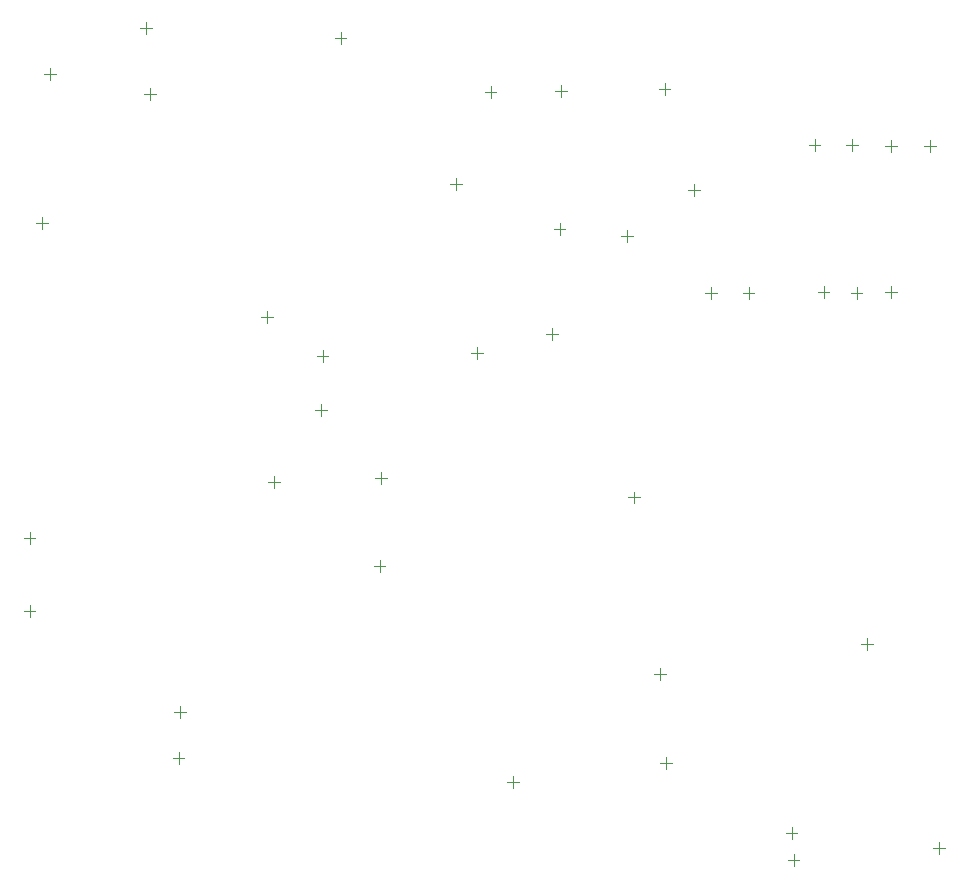
<source format=gbr>
%TF.GenerationSoftware,Altium Limited,Altium Designer,19.0.15 (446)*%
G04 Layer_Color=0*
%FSLAX45Y45*%
%MOMM*%
%TF.FileFunction,Other,Top_Component_Center*%
%TF.Part,Single*%
G01*
G75*
%TA.AperFunction,NonConductor*%
%ADD105C,0.10000*%
D105*
X7379500Y6172200D02*
X7479500D01*
X7429500Y6122200D02*
Y6222200D01*
X3582200Y1752600D02*
X3682200D01*
X3632200Y1702600D02*
Y1802600D01*
X3390900Y7328700D02*
Y7428700D01*
X3340900Y7378700D02*
X3440900D01*
X7487700Y3911500D02*
Y4011500D01*
X7437700Y3961500D02*
X7537700D01*
X8772300Y1117600D02*
X8872300D01*
X8822300Y1067600D02*
Y1167600D01*
X8789200Y889000D02*
X8889200D01*
X8839200Y839000D02*
Y939000D01*
X9043200Y5702300D02*
X9143200D01*
X9093200Y5652300D02*
Y5752300D01*
X7943500Y6565900D02*
X8043500D01*
X7993500Y6515900D02*
Y6615900D01*
X8967000Y6946900D02*
X9067000D01*
X9017000Y6896900D02*
Y6996900D01*
X9614700Y6934200D02*
X9714700D01*
X9664700Y6884200D02*
Y6984200D01*
X9944900Y6934200D02*
X10044900D01*
X9994900Y6884200D02*
Y6984200D01*
X9284500Y6946900D02*
X9384500D01*
X9334500Y6896900D02*
Y6996900D01*
X6820700Y7401100D02*
X6920700D01*
X6870700Y7351100D02*
Y7451100D01*
X8408200Y5692450D02*
X8508200D01*
X8458200Y5642450D02*
Y5742450D01*
X8090700Y5689600D02*
X8190700D01*
X8140700Y5639600D02*
Y5739600D01*
X4439718Y4039400D02*
Y4139400D01*
X4389718Y4089400D02*
X4489718D01*
X3644900Y2093900D02*
Y2193900D01*
X3594900Y2143900D02*
X3694900D01*
X9461500Y2667800D02*
Y2767800D01*
X9411500Y2717800D02*
X9511500D01*
X10019900Y996782D02*
X10119900D01*
X10069900Y946782D02*
Y1046781D01*
X9614700Y5702300D02*
X9714700D01*
X9664700Y5652300D02*
Y5752300D01*
X9322600Y5693082D02*
X9422600D01*
X9372600Y5643082D02*
Y5743081D01*
X5982300Y6566700D02*
Y6666700D01*
X5932300Y6616700D02*
X6032300D01*
X2370799Y3569500D02*
Y3669500D01*
X2320799Y3619500D02*
X2420799D01*
X2370799Y2947200D02*
Y3047200D01*
X2320799Y2997200D02*
X2420799D01*
X6414300Y1549400D02*
X6514300D01*
X6464300Y1499400D02*
Y1599400D01*
X6744500Y5346700D02*
X6844500D01*
X6794500Y5296700D02*
Y5396700D01*
X6162100Y5131600D02*
Y5231600D01*
X6112100Y5181600D02*
X6212100D01*
X5334000Y3328200D02*
Y3428200D01*
X5284000Y3378200D02*
X5384000D01*
X5346700Y4077500D02*
Y4177500D01*
X5296700Y4127500D02*
X5396700D01*
X7759700Y1664500D02*
Y1764500D01*
X7709700Y1714500D02*
X7809700D01*
X7708900Y2413800D02*
Y2513800D01*
X7658900Y2463800D02*
X7758900D01*
X4381500Y5436400D02*
Y5536400D01*
X4331500Y5486400D02*
X4431500D01*
X2426500Y6286500D02*
X2526500D01*
X2476500Y6236500D02*
Y6336500D01*
X4851400Y5106200D02*
Y5206200D01*
X4801400Y5156200D02*
X4901400D01*
X4838700Y4649000D02*
Y4749000D01*
X4788700Y4699000D02*
X4888700D01*
X7747000Y7366800D02*
Y7466800D01*
X7697000Y7416800D02*
X7797000D01*
X5003800Y7798600D02*
Y7898600D01*
X4953800Y7848600D02*
X5053800D01*
X2490799Y7546340D02*
X2590799D01*
X2540799Y7496340D02*
Y7596340D01*
X3358264Y7887500D02*
Y7987500D01*
X3308264Y7937500D02*
X3408264D01*
X6808000Y6235700D02*
X6908000D01*
X6858000Y6185700D02*
Y6285700D01*
X6223800Y7391400D02*
X6323800D01*
X6273800Y7341400D02*
Y7441400D01*
%TF.MD5,5dd08fc138cd5056f0d3d3aa6f13276e*%
M02*

</source>
